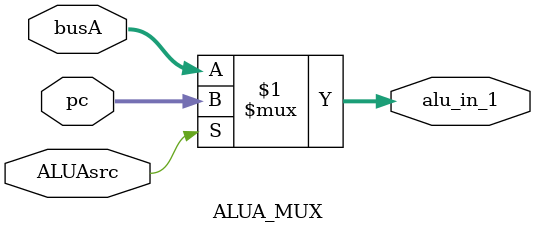
<source format=v>
`timescale 1ns / 1ps


module  ALUA_MUX(
    input             ALUAsrc  ,
    input     [31:0]  busA     ,
    input     [31:0]  pc       ,

    output    [31:0]  alu_in_1     
    );

    assign  alu_in_1 = ALUAsrc ? pc : busA; //1：pc，0：busA

endmodule

</source>
